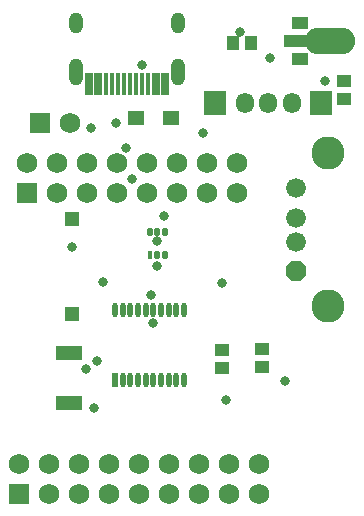
<source format=gts>
G04*
G04 #@! TF.GenerationSoftware,Altium Limited,Altium Designer,23.5.1 (21)*
G04*
G04 Layer_Color=8388736*
%FSLAX44Y44*%
%MOMM*%
G71*
G04*
G04 #@! TF.SameCoordinates,3DE8B106-AB94-4B2A-A5C1-010116C31EDB*
G04*
G04*
G04 #@! TF.FilePolarity,Negative*
G04*
G01*
G75*
%ADD30O,4.2672X2.2352*%
%ADD31R,1.4732X1.0668*%
%ADD32R,2.7432X1.0668*%
%ADD33R,0.7016X1.8516*%
%ADD34R,0.4016X1.8516*%
%ADD35R,1.1832X1.1332*%
%ADD36R,1.4532X1.2032*%
%ADD37R,2.2032X1.2032*%
%ADD38O,0.5080X1.2192*%
G04:AMPARAMS|DCode=39|XSize=0.4516mm|YSize=0.7016mm|CornerRadius=0mm|HoleSize=0mm|Usage=FLASHONLY|Rotation=0.000|XOffset=0mm|YOffset=0mm|HoleType=Round|Shape=Octagon|*
%AMOCTAGOND39*
4,1,8,-0.1129,0.3508,0.1129,0.3508,0.2258,0.2379,0.2258,-0.2379,0.1129,-0.3508,-0.1129,-0.3508,-0.2258,-0.2379,-0.2258,0.2379,-0.1129,0.3508,0.0*
%
%ADD39OCTAGOND39*%

%ADD40R,1.1332X1.1832*%
%ADD41R,0.4516X0.7016*%
%ADD42R,0.5080X1.2192*%
%ADD43R,1.2032X1.2032*%
%ADD44O,1.2032X1.8032*%
%ADD45O,1.2032X2.3032*%
%ADD46R,1.7272X1.7272*%
%ADD47C,1.7272*%
%ADD48C,2.8032*%
%ADD49C,1.6764*%
G04:AMPARAMS|DCode=50|XSize=1.6764mm|YSize=1.6764mm|CornerRadius=0mm|HoleSize=0mm|Usage=FLASHONLY|Rotation=90.000|XOffset=0mm|YOffset=0mm|HoleType=Round|Shape=Octagon|*
%AMOCTAGOND50*
4,1,8,0.4191,0.8382,-0.4191,0.8382,-0.8382,0.4191,-0.8382,-0.4191,-0.4191,-0.8382,0.4191,-0.8382,0.8382,-0.4191,0.8382,0.4191,0.4191,0.8382,0.0*
%
%ADD50OCTAGOND50*%

%ADD51R,1.9532X2.1032*%
%ADD52O,1.5240X1.7272*%
%ADD53C,0.8382*%
D30*
X1209294Y948690D02*
D03*
D31*
X1183894Y933450D02*
D03*
Y963930D02*
D03*
D32*
Y948690D02*
D03*
D33*
X1012602Y912938D02*
D03*
X1004852D02*
D03*
X1069352D02*
D03*
X1061602D02*
D03*
D34*
X1019602D02*
D03*
X1024602D02*
D03*
X1029602D02*
D03*
X1034602D02*
D03*
X1054602D02*
D03*
X1049602D02*
D03*
X1044602D02*
D03*
X1039602D02*
D03*
D35*
X1220724Y915068D02*
D03*
Y899668D02*
D03*
X1151128Y688086D02*
D03*
Y672686D02*
D03*
X1117854Y687578D02*
D03*
Y672178D02*
D03*
D36*
X1074166Y884174D02*
D03*
X1044666D02*
D03*
D37*
X988060Y642620D02*
D03*
Y685038D02*
D03*
D38*
X1059485Y721614D02*
D03*
X1033475Y661670D02*
D03*
X1039978D02*
D03*
X1046480D02*
D03*
X1052982D02*
D03*
X1059485D02*
D03*
X1065962D02*
D03*
X1072464D02*
D03*
X1078967D02*
D03*
X1085469D02*
D03*
X1026973Y721614D02*
D03*
X1033475D02*
D03*
X1039978D02*
D03*
X1046480D02*
D03*
X1052982D02*
D03*
X1065962D02*
D03*
X1072464D02*
D03*
X1078967D02*
D03*
X1085469D02*
D03*
D39*
X1062990Y767588D02*
D03*
X1056490Y787588D02*
D03*
X1062990D02*
D03*
X1069490D02*
D03*
Y767588D02*
D03*
D40*
X1142238Y947166D02*
D03*
X1126838D02*
D03*
D41*
X1056490Y767588D02*
D03*
D42*
X1026973Y661670D02*
D03*
D43*
X990600Y718058D02*
D03*
Y798058D02*
D03*
D44*
X993902Y964438D02*
D03*
X1080302D02*
D03*
D45*
Y922638D02*
D03*
X993902D02*
D03*
D46*
X952246Y820674D02*
D03*
X945642Y565912D02*
D03*
X963676Y879856D02*
D03*
D47*
X977646Y820674D02*
D03*
Y846074D02*
D03*
X1003046Y820674D02*
D03*
X1130046Y846074D02*
D03*
Y820674D02*
D03*
X1104646Y846074D02*
D03*
X1148842Y565912D02*
D03*
Y591312D02*
D03*
X945642D02*
D03*
X971042Y565912D02*
D03*
Y591312D02*
D03*
X996442Y565912D02*
D03*
Y591312D02*
D03*
X1021842Y565912D02*
D03*
Y591312D02*
D03*
X1047242Y565912D02*
D03*
Y591312D02*
D03*
X1072642Y565912D02*
D03*
Y591312D02*
D03*
X1098042Y565912D02*
D03*
Y591312D02*
D03*
X1123442Y565912D02*
D03*
Y591312D02*
D03*
X989076Y879856D02*
D03*
X1079246Y820674D02*
D03*
Y846074D02*
D03*
X1104646Y820674D02*
D03*
X1053846Y846074D02*
D03*
Y820674D02*
D03*
X1028446Y846074D02*
D03*
Y820674D02*
D03*
X1003046Y846074D02*
D03*
X952246D02*
D03*
D48*
X1207084Y854272D02*
D03*
Y724272D02*
D03*
D49*
X1180084Y824272D02*
D03*
Y779272D02*
D03*
Y799272D02*
D03*
D50*
Y754272D02*
D03*
D51*
X1111716Y896366D02*
D03*
X1201716D02*
D03*
D52*
X1136716D02*
D03*
X1176716D02*
D03*
X1156716D02*
D03*
D53*
X1017270Y745236D02*
D03*
X1059180Y710692D02*
D03*
X1008888Y638048D02*
D03*
X1062990Y758952D02*
D03*
X1120902Y645414D02*
D03*
X1204722Y914908D02*
D03*
X1036574Y858774D02*
D03*
X1041146Y831850D02*
D03*
X1027938Y879348D02*
D03*
X1007110Y875538D02*
D03*
X1133094Y957072D02*
D03*
X1117600Y743966D02*
D03*
X1101598Y871220D02*
D03*
X1012190Y677926D02*
D03*
X1170940Y661162D02*
D03*
X1002284Y671068D02*
D03*
X1057738Y734232D02*
D03*
X990854Y774446D02*
D03*
X1158658Y934302D02*
D03*
X1062482Y780034D02*
D03*
X1049782Y928878D02*
D03*
X1068832Y800862D02*
D03*
M02*

</source>
